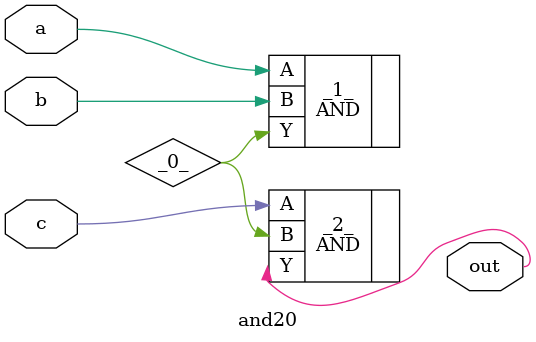
<source format=v>
/* Generated by Yosys 0.41+83 (git sha1 7045cf509, x86_64-w64-mingw32-g++ 13.2.1 -Os) */

/* cells_not_processed =  1  */
/* src = "and20.v:3.1-12.10" */
module and20(a, b, c, out);
  wire _0_;
  /* src = "and20.v:4.9-4.10" */
  input a;
  wire a;
  /* src = "and20.v:5.9-5.10" */
  input b;
  wire b;
  /* src = "and20.v:6.9-6.10" */
  input c;
  wire c;
  /* src = "and20.v:7.10-7.13" */
  output out;
  wire out;
  AND _1_ (
    .A(a),
    .B(b),
    .Y(_0_)
  );
  AND _2_ (
    .A(c),
    .B(_0_),
    .Y(out)
  );
endmodule

</source>
